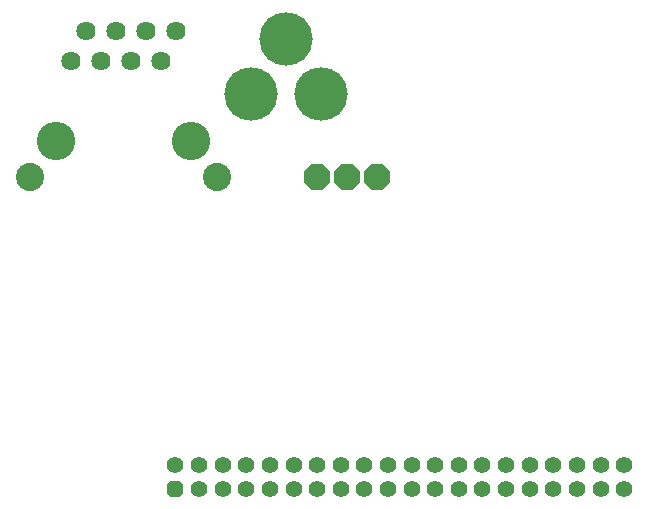
<source format=gbs>
%TF.GenerationSoftware,KiCad,Pcbnew,(6.0.0)*%
%TF.CreationDate,2022-05-10T23:47:17-04:00*%
%TF.ProjectId,WT32SC01 wifi poe,57543332-5343-4303-9120-776966692070,rev?*%
%TF.SameCoordinates,Original*%
%TF.FileFunction,Soldermask,Bot*%
%TF.FilePolarity,Negative*%
%FSLAX46Y46*%
G04 Gerber Fmt 4.6, Leading zero omitted, Abs format (unit mm)*
G04 Created by KiCad (PCBNEW (6.0.0)) date 2022-05-10 23:47:17*
%MOMM*%
%LPD*%
G01*
G04 APERTURE LIST*
G04 Aperture macros list*
%AMFreePoly0*
4,1,25,0.542319,1.047396,0.554442,1.037042,1.037042,0.554442,1.065549,0.498494,1.066800,0.482600,1.066800,-0.482600,1.047396,-0.542319,1.037042,-0.554442,0.554442,-1.037042,0.498494,-1.065549,0.482600,-1.066800,-0.482600,-1.066800,-0.542319,-1.047396,-0.554442,-1.037042,-1.037042,-0.554442,-1.065549,-0.498494,-1.066800,-0.482600,-1.066800,0.482600,-1.047396,0.542319,-1.037042,0.554442,
-0.554442,1.037042,-0.498494,1.065549,-0.482600,1.066800,0.482600,1.066800,0.542319,1.047396,0.542319,1.047396,$1*%
%AMFreePoly1*
4,1,25,0.359719,0.682196,0.371842,0.671842,0.671842,0.371842,0.700349,0.315894,0.701600,0.300000,0.701600,-0.300000,0.682196,-0.359719,0.671842,-0.371842,0.371842,-0.671842,0.315894,-0.700349,0.300000,-0.701600,-0.300000,-0.701600,-0.359719,-0.682196,-0.371842,-0.671842,-0.671842,-0.371842,-0.700349,-0.315894,-0.701600,-0.300000,-0.701600,0.300000,-0.682196,0.359719,-0.671842,0.371842,
-0.371842,0.671842,-0.315894,0.700349,-0.300000,0.701600,0.300000,0.701600,0.359719,0.682196,0.359719,0.682196,$1*%
G04 Aperture macros list end*
%ADD10C,3.251200*%
%ADD11C,1.625600*%
%ADD12C,2.387600*%
%ADD13FreePoly0,270.000000*%
%ADD14FreePoly1,0.000000*%
%ADD15C,1.403200*%
%ADD16C,4.521200*%
G04 APERTURE END LIST*
D10*
%TO.C,U$2*%
X119286100Y-95203600D03*
X130716100Y-95203600D03*
D11*
X120556100Y-88403600D03*
X121826100Y-85863600D03*
X123096100Y-88403600D03*
X124366100Y-85863600D03*
X125636100Y-88403600D03*
X126906100Y-85863600D03*
X128176100Y-88403600D03*
X129446100Y-85863600D03*
D12*
X132916100Y-98253600D03*
X117086100Y-98253600D03*
%TD*%
D13*
%TO.C,JP1*%
X146541100Y-98253600D03*
X144001100Y-98253600D03*
X141461100Y-98253600D03*
%TD*%
D14*
%TO.C,H2*%
X129436101Y-124633611D03*
D15*
X129436101Y-122633611D03*
X131436101Y-124633611D03*
X131436101Y-122633611D03*
X133436101Y-124633611D03*
X133436101Y-122633611D03*
X135436101Y-124633611D03*
X135436101Y-122633611D03*
X137436101Y-124633611D03*
X137436101Y-122633611D03*
X139436101Y-124633611D03*
X139436101Y-122633611D03*
X141436101Y-124633611D03*
X141436101Y-122633611D03*
X143436101Y-124633611D03*
X143436101Y-122633611D03*
X145436101Y-124633611D03*
X145436101Y-122633611D03*
X147436101Y-124633611D03*
X147436101Y-122633611D03*
X149436101Y-124633611D03*
X149436101Y-122633611D03*
X151436101Y-124633611D03*
X151436101Y-122633611D03*
X153436101Y-124633611D03*
X153436101Y-122633611D03*
X155436101Y-124633611D03*
X155436101Y-122633611D03*
X157436101Y-124633611D03*
X157436101Y-122633611D03*
X159436101Y-124633611D03*
X159436101Y-122633611D03*
X161436101Y-124633611D03*
X161436101Y-122633611D03*
X163436101Y-124633611D03*
X163436101Y-122633611D03*
X165436101Y-124633611D03*
X165436101Y-122633611D03*
X167436101Y-124633611D03*
X167436101Y-122633611D03*
%TD*%
D16*
%TO.C,J4*%
X141801098Y-91253589D03*
X138801098Y-86553589D03*
X135801098Y-91253589D03*
%TD*%
M02*

</source>
